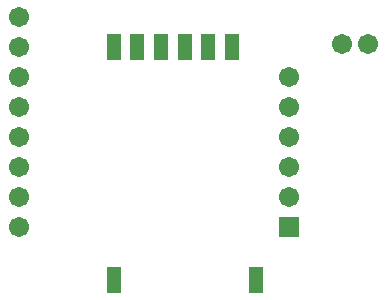
<source format=gbr>
G04 DipTrace 3.0.0.2*
G04 TopMask.gbr*
%MOIN*%
G04 #@! TF.FileFunction,Soldermask,Top*
G04 #@! TF.Part,Single*
%ADD27C,0.067087*%
%ADD29R,0.067087X0.067087*%
%ADD31R,0.047402X0.086772*%
%ADD33C,0.067087*%
%FSLAX26Y26*%
G04*
G70*
G90*
G75*
G01*
G04 TopMask*
%LPD*%
D33*
X459764Y725197D3*
Y825197D3*
Y925197D3*
Y1025197D3*
Y1125197D3*
Y1225197D3*
Y1325197D3*
Y1425197D3*
D31*
X1247264Y550197D3*
X1089673Y1325992D3*
X1168673D3*
X774823Y550197D3*
X1011043Y1325787D3*
X932303D3*
X853563D3*
X774823D3*
D29*
X1359764Y725197D3*
D33*
Y825197D3*
Y925197D3*
Y1025197D3*
Y1125197D3*
Y1225197D3*
D27*
X1534764Y1337697D3*
X1622264D3*
M02*

</source>
